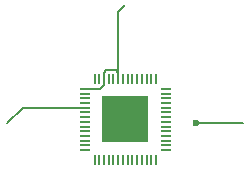
<source format=gbr>
%TF.GenerationSoftware,KiCad,Pcbnew,8.0.3*%
%TF.CreationDate,2024-09-17T15:53:27+01:00*%
%TF.ProjectId,test_module_1,74657374-5f6d-46f6-9475-6c655f312e6b,rev?*%
%TF.SameCoordinates,PX8583b00PY5f5e100*%
%TF.FileFunction,Copper,L1,Top*%
%TF.FilePolarity,Positive*%
%FSLAX46Y46*%
G04 Gerber Fmt 4.6, Leading zero omitted, Abs format (unit mm)*
G04 Created by KiCad (PCBNEW 8.0.3) date 2024-09-17 15:53:27*
%MOMM*%
%LPD*%
G01*
G04 APERTURE LIST*
G04 Aperture macros list*
%AMRoundRect*
0 Rectangle with rounded corners*
0 $1 Rounding radius*
0 $2 $3 $4 $5 $6 $7 $8 $9 X,Y pos of 4 corners*
0 Add a 4 corners polygon primitive as box body*
4,1,4,$2,$3,$4,$5,$6,$7,$8,$9,$2,$3,0*
0 Add four circle primitives for the rounded corners*
1,1,$1+$1,$2,$3*
1,1,$1+$1,$4,$5*
1,1,$1+$1,$6,$7*
1,1,$1+$1,$8,$9*
0 Add four rect primitives between the rounded corners*
20,1,$1+$1,$2,$3,$4,$5,0*
20,1,$1+$1,$4,$5,$6,$7,0*
20,1,$1+$1,$6,$7,$8,$9,0*
20,1,$1+$1,$8,$9,$2,$3,0*%
G04 Aperture macros list end*
%TA.AperFunction,SMDPad,CuDef*%
%ADD10RoundRect,0.050000X-0.350000X-0.050000X0.350000X-0.050000X0.350000X0.050000X-0.350000X0.050000X0*%
%TD*%
%TA.AperFunction,SMDPad,CuDef*%
%ADD11RoundRect,0.050000X-0.050000X-0.350000X0.050000X-0.350000X0.050000X0.350000X-0.050000X0.350000X0*%
%TD*%
%TA.AperFunction,HeatsinkPad*%
%ADD12R,4.000000X4.000000*%
%TD*%
%TA.AperFunction,SMDPad,CuDef*%
%ADD13C,0.100000*%
%TD*%
%TA.AperFunction,ViaPad*%
%ADD14C,0.600000*%
%TD*%
%TA.AperFunction,Conductor*%
%ADD15C,0.200000*%
%TD*%
G04 APERTURE END LIST*
D10*
%TO.P,U1,1,VDDA*%
%TO.N,Net-(GS1-JD_PWR)*%
X-3450000Y2930000D03*
%TO.P,U1,2,LNA_IN*%
%TO.N,unconnected-(U1-LNA_IN-Pad2)*%
X-3450000Y2530000D03*
%TO.P,U1,3,VDD3P3*%
%TO.N,Net-(U1-VDD3P3-Pad3)*%
X-3450000Y2130000D03*
%TO.P,U1,4,VDD3P3*%
X-3450000Y1730000D03*
%TO.P,U1,5,GPIO0*%
%TO.N,Net-(GS2-JD_DATA)*%
X-3450000Y1330000D03*
%TO.P,U1,6,GPIO1*%
%TO.N,unconnected-(U1-GPIO1-Pad6)*%
X-3450000Y930000D03*
%TO.P,U1,7,GPIO2*%
%TO.N,unconnected-(U1-GPIO2-Pad7)*%
X-3450000Y530000D03*
%TO.P,U1,8,GPIO3*%
%TO.N,unconnected-(U1-GPIO3-Pad8)*%
X-3450000Y130000D03*
%TO.P,U1,9,GPIO4*%
%TO.N,unconnected-(U1-GPIO4-Pad9)*%
X-3450000Y-270000D03*
%TO.P,U1,10,GPIO5*%
%TO.N,unconnected-(U1-GPIO5-Pad10)*%
X-3450000Y-670000D03*
%TO.P,U1,11,GPIO6*%
%TO.N,unconnected-(U1-GPIO6-Pad11)*%
X-3450000Y-1070000D03*
%TO.P,U1,12,GPIO7*%
%TO.N,unconnected-(U1-GPIO7-Pad12)*%
X-3450000Y-1470000D03*
%TO.P,U1,13,GPIO8*%
%TO.N,unconnected-(U1-GPIO8-Pad13)*%
X-3450000Y-1870000D03*
%TO.P,U1,14,GPIO9*%
%TO.N,unconnected-(U1-GPIO9-Pad14)*%
X-3450000Y-2270000D03*
D11*
%TO.P,U1,15,GPIO10*%
%TO.N,unconnected-(U1-GPIO10-Pad15)*%
X-2600000Y-3120000D03*
%TO.P,U1,16,GPIO11*%
%TO.N,unconnected-(U1-GPIO11-Pad16)*%
X-2200000Y-3120000D03*
%TO.P,U1,17,GPIO12*%
%TO.N,unconnected-(U1-GPIO12-Pad17)*%
X-1800000Y-3120000D03*
%TO.P,U1,18,GPIO13*%
%TO.N,unconnected-(U1-GPIO13-Pad18)*%
X-1400000Y-3120000D03*
%TO.P,U1,19,GPIO14*%
%TO.N,unconnected-(U1-GPIO14-Pad19)*%
X-1000000Y-3120000D03*
%TO.P,U1,20,VDD3P3_RTC*%
%TO.N,unconnected-(U1-VDD3P3_RTC-Pad20)*%
X-600000Y-3120000D03*
%TO.P,U1,21,XTAL_32K_P*%
%TO.N,unconnected-(U1-XTAL_32K_P-Pad21)*%
X-200000Y-3120000D03*
%TO.P,U1,22,XTAL_32K_N*%
%TO.N,unconnected-(U1-XTAL_32K_N-Pad22)*%
X200000Y-3120000D03*
%TO.P,U1,23,DAC_1*%
%TO.N,unconnected-(U1-DAC_1-Pad23)*%
X600000Y-3120000D03*
%TO.P,U1,24,DAC_2*%
%TO.N,unconnected-(U1-DAC_2-Pad24)*%
X1000000Y-3120000D03*
%TO.P,U1,25,GPIO19/USB_D-*%
%TO.N,unconnected-(U1-GPIO19{slash}USB_D--Pad25)*%
X1400000Y-3120000D03*
%TO.P,U1,26,GPIO20/USB_D+*%
%TO.N,unconnected-(U1-GPIO20{slash}USB_D+-Pad26)*%
X1800000Y-3120000D03*
%TO.P,U1,27,VDD3P3_RTC_IO*%
%TO.N,unconnected-(U1-VDD3P3_RTC_IO-Pad27)*%
X2200000Y-3120000D03*
%TO.P,U1,28,GPIO21*%
%TO.N,unconnected-(U1-GPIO21-Pad28)*%
X2600000Y-3120000D03*
D10*
%TO.P,U1,29,SPICS1*%
%TO.N,unconnected-(U1-SPICS1-Pad29)*%
X3450000Y-2270000D03*
%TO.P,U1,30,VDD_SPI*%
%TO.N,unconnected-(U1-VDD_SPI-Pad30)*%
X3450000Y-1870000D03*
%TO.P,U1,31,SPIHD*%
%TO.N,unconnected-(U1-SPIHD-Pad31)*%
X3450000Y-1470000D03*
%TO.P,U1,32,SPIWP*%
%TO.N,unconnected-(U1-SPIWP-Pad32)*%
X3450000Y-1070000D03*
%TO.P,U1,33,SPICS0*%
%TO.N,unconnected-(U1-SPICS0-Pad33)*%
X3450000Y-670000D03*
%TO.P,U1,34,SPICLK*%
%TO.N,unconnected-(U1-SPICLK-Pad34)*%
X3450000Y-270000D03*
%TO.P,U1,35,SPIQ*%
%TO.N,unconnected-(U1-SPIQ-Pad35)*%
X3450000Y130000D03*
%TO.P,U1,36,SPID*%
%TO.N,unconnected-(U1-SPID-Pad36)*%
X3450000Y530000D03*
%TO.P,U1,37,GPIO33*%
%TO.N,unconnected-(U1-GPIO33-Pad37)*%
X3450000Y930000D03*
%TO.P,U1,38,GPIO34*%
%TO.N,unconnected-(U1-GPIO34-Pad38)*%
X3450000Y1330000D03*
%TO.P,U1,39,GPIO35*%
%TO.N,unconnected-(U1-GPIO35-Pad39)*%
X3450000Y1730000D03*
%TO.P,U1,40,GPIO36*%
%TO.N,unconnected-(U1-GPIO36-Pad40)*%
X3450000Y2130000D03*
%TO.P,U1,41,GPIO37*%
%TO.N,unconnected-(U1-GPIO37-Pad41)*%
X3450000Y2530000D03*
%TO.P,U1,42,GPIO38*%
%TO.N,unconnected-(U1-GPIO38-Pad42)*%
X3450000Y2930000D03*
D11*
%TO.P,U1,43,MTCK*%
%TO.N,unconnected-(U1-MTCK-Pad43)*%
X2600000Y3780000D03*
%TO.P,U1,44,MTD0*%
%TO.N,unconnected-(U1-MTD0-Pad44)*%
X2200000Y3780000D03*
%TO.P,U1,45,VDD3P3_CPU*%
%TO.N,unconnected-(U1-VDD3P3_CPU-Pad45)*%
X1800000Y3780000D03*
%TO.P,U1,46,MDTI*%
%TO.N,unconnected-(U1-MDTI-Pad46)*%
X1400000Y3780000D03*
%TO.P,U1,47,MTMS*%
%TO.N,unconnected-(U1-MTMS-Pad47)*%
X1000000Y3780000D03*
%TO.P,U1,48,U0TXD*%
%TO.N,unconnected-(U1-U0TXD-Pad48)*%
X600000Y3780000D03*
%TO.P,U1,49,U0RXD*%
%TO.N,unconnected-(U1-U0RXD-Pad49)*%
X200000Y3780000D03*
%TO.P,U1,50,GPIO45*%
%TO.N,unconnected-(U1-GPIO45-Pad50)*%
X-200000Y3780000D03*
%TO.P,U1,51,VDDA*%
%TO.N,Net-(GS1-JD_PWR)*%
X-600000Y3780000D03*
%TO.P,U1,52,XTAL_N*%
%TO.N,unconnected-(U1-XTAL_N-Pad52)*%
X-1000000Y3780000D03*
%TO.P,U1,53,XTAL_P*%
%TO.N,unconnected-(U1-XTAL_P-Pad53)*%
X-1400000Y3780000D03*
%TO.P,U1,54,VDDA*%
%TO.N,Net-(GS1-JD_PWR)*%
X-1800000Y3780000D03*
%TO.P,U1,55,GPIO46*%
%TO.N,unconnected-(U1-GPIO46-Pad55)*%
X-2200000Y3780000D03*
%TO.P,U1,56,CHIP_PU*%
%TO.N,unconnected-(U1-CHIP_PU-Pad56)*%
X-2600000Y3780000D03*
D12*
%TO.P,U1,57,GND*%
%TO.N,Net-(GS3-GND)*%
X0Y330000D03*
%TD*%
D13*
%TO.P,GS1,1,JD_PWR*%
%TO.N,Net-(GS1-JD_PWR)*%
X0Y10000000D03*
%TD*%
%TO.P,GS3,1,GND*%
%TO.N,Net-(GS3-GND)*%
X10000000Y0D03*
%TD*%
%TO.P,GS2,1,JD_DATA*%
%TO.N,Net-(GS2-JD_DATA)*%
X-10000000Y0D03*
%TD*%
D14*
%TO.N,Net-(GS3-GND)*%
X0Y330000D03*
X6000000Y0D03*
%TD*%
D15*
%TO.N,Net-(GS1-JD_PWR)*%
X-803640Y4480000D02*
X-600000Y4276360D01*
X-1800000Y3780000D02*
X-1800000Y4276360D01*
X-600000Y3780000D02*
X-600000Y9400000D01*
X-600000Y9400000D02*
X0Y10000000D01*
X-600000Y4276360D02*
X-600000Y3780000D01*
X-1800000Y4276360D02*
X-1596360Y4480000D01*
X-2153640Y2930000D02*
X-3450000Y2930000D01*
X-1800000Y3780000D02*
X-1800000Y3283640D01*
X-1596360Y4480000D02*
X-803640Y4480000D01*
X-1800000Y3283640D02*
X-2153640Y2930000D01*
%TO.N,Net-(GS2-JD_DATA)*%
X-10000000Y0D02*
X-8670000Y1330000D01*
X-8670000Y1330000D02*
X-3450000Y1330000D01*
%TO.N,Net-(GS3-GND)*%
X10000000Y0D02*
X6000000Y0D01*
%TD*%
M02*

</source>
